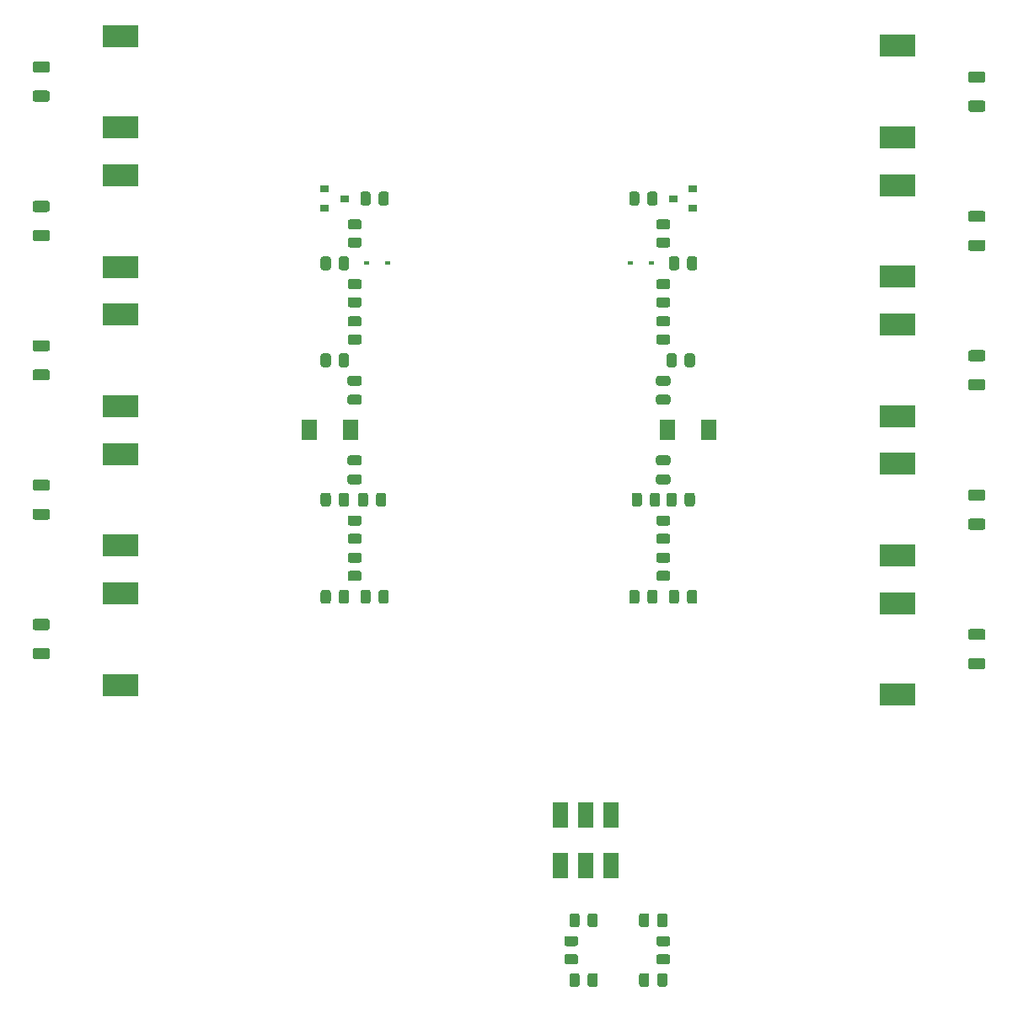
<source format=gbr>
%TF.GenerationSoftware,KiCad,Pcbnew,5.1.10-88a1d61d58~90~ubuntu20.04.1*%
%TF.CreationDate,2021-08-16T21:09:42-07:00*%
%TF.ProjectId,lisn-pcb,6c69736e-2d70-4636-922e-6b696361645f,rev?*%
%TF.SameCoordinates,Original*%
%TF.FileFunction,Paste,Top*%
%TF.FilePolarity,Positive*%
%FSLAX46Y46*%
G04 Gerber Fmt 4.6, Leading zero omitted, Abs format (unit mm)*
G04 Created by KiCad (PCBNEW 5.1.10-88a1d61d58~90~ubuntu20.04.1) date 2021-08-16 21:09:42*
%MOMM*%
%LPD*%
G01*
G04 APERTURE LIST*
%ADD10R,1.650000X2.540000*%
%ADD11R,3.600000X2.300000*%
%ADD12R,1.650000X2.000000*%
%ADD13R,0.900000X0.800000*%
%ADD14R,0.600000X0.450000*%
G04 APERTURE END LIST*
D10*
%TO.C,TR1*%
X185210000Y-168710000D03*
X187750000Y-168710000D03*
X190290000Y-168710000D03*
X190290000Y-173790000D03*
X187750000Y-173790000D03*
X185210000Y-173790000D03*
%TD*%
%TO.C,R42*%
G36*
G01*
X227625002Y-151100000D02*
X226374998Y-151100000D01*
G75*
G02*
X226125000Y-150850002I0J249998D01*
G01*
X226125000Y-150224998D01*
G75*
G02*
X226374998Y-149975000I249998J0D01*
G01*
X227625002Y-149975000D01*
G75*
G02*
X227875000Y-150224998I0J-249998D01*
G01*
X227875000Y-150850002D01*
G75*
G02*
X227625002Y-151100000I-249998J0D01*
G01*
G37*
G36*
G01*
X227625002Y-154025000D02*
X226374998Y-154025000D01*
G75*
G02*
X226125000Y-153775002I0J249998D01*
G01*
X226125000Y-153149998D01*
G75*
G02*
X226374998Y-152900000I249998J0D01*
G01*
X227625002Y-152900000D01*
G75*
G02*
X227875000Y-153149998I0J-249998D01*
G01*
X227875000Y-153775002D01*
G75*
G02*
X227625002Y-154025000I-249998J0D01*
G01*
G37*
%TD*%
%TO.C,R41*%
G36*
G01*
X227625002Y-137100000D02*
X226374998Y-137100000D01*
G75*
G02*
X226125000Y-136850002I0J249998D01*
G01*
X226125000Y-136224998D01*
G75*
G02*
X226374998Y-135975000I249998J0D01*
G01*
X227625002Y-135975000D01*
G75*
G02*
X227875000Y-136224998I0J-249998D01*
G01*
X227875000Y-136850002D01*
G75*
G02*
X227625002Y-137100000I-249998J0D01*
G01*
G37*
G36*
G01*
X227625002Y-140025000D02*
X226374998Y-140025000D01*
G75*
G02*
X226125000Y-139775002I0J249998D01*
G01*
X226125000Y-139149998D01*
G75*
G02*
X226374998Y-138900000I249998J0D01*
G01*
X227625002Y-138900000D01*
G75*
G02*
X227875000Y-139149998I0J-249998D01*
G01*
X227875000Y-139775002D01*
G75*
G02*
X227625002Y-140025000I-249998J0D01*
G01*
G37*
%TD*%
%TO.C,R40*%
G36*
G01*
X227625002Y-123100000D02*
X226374998Y-123100000D01*
G75*
G02*
X226125000Y-122850002I0J249998D01*
G01*
X226125000Y-122224998D01*
G75*
G02*
X226374998Y-121975000I249998J0D01*
G01*
X227625002Y-121975000D01*
G75*
G02*
X227875000Y-122224998I0J-249998D01*
G01*
X227875000Y-122850002D01*
G75*
G02*
X227625002Y-123100000I-249998J0D01*
G01*
G37*
G36*
G01*
X227625002Y-126025000D02*
X226374998Y-126025000D01*
G75*
G02*
X226125000Y-125775002I0J249998D01*
G01*
X226125000Y-125149998D01*
G75*
G02*
X226374998Y-124900000I249998J0D01*
G01*
X227625002Y-124900000D01*
G75*
G02*
X227875000Y-125149998I0J-249998D01*
G01*
X227875000Y-125775002D01*
G75*
G02*
X227625002Y-126025000I-249998J0D01*
G01*
G37*
%TD*%
%TO.C,R39*%
G36*
G01*
X227625002Y-109100000D02*
X226374998Y-109100000D01*
G75*
G02*
X226125000Y-108850002I0J249998D01*
G01*
X226125000Y-108224998D01*
G75*
G02*
X226374998Y-107975000I249998J0D01*
G01*
X227625002Y-107975000D01*
G75*
G02*
X227875000Y-108224998I0J-249998D01*
G01*
X227875000Y-108850002D01*
G75*
G02*
X227625002Y-109100000I-249998J0D01*
G01*
G37*
G36*
G01*
X227625002Y-112025000D02*
X226374998Y-112025000D01*
G75*
G02*
X226125000Y-111775002I0J249998D01*
G01*
X226125000Y-111149998D01*
G75*
G02*
X226374998Y-110900000I249998J0D01*
G01*
X227625002Y-110900000D01*
G75*
G02*
X227875000Y-111149998I0J-249998D01*
G01*
X227875000Y-111775002D01*
G75*
G02*
X227625002Y-112025000I-249998J0D01*
G01*
G37*
%TD*%
%TO.C,R38*%
G36*
G01*
X227625002Y-95100000D02*
X226374998Y-95100000D01*
G75*
G02*
X226125000Y-94850002I0J249998D01*
G01*
X226125000Y-94224998D01*
G75*
G02*
X226374998Y-93975000I249998J0D01*
G01*
X227625002Y-93975000D01*
G75*
G02*
X227875000Y-94224998I0J-249998D01*
G01*
X227875000Y-94850002D01*
G75*
G02*
X227625002Y-95100000I-249998J0D01*
G01*
G37*
G36*
G01*
X227625002Y-98025000D02*
X226374998Y-98025000D01*
G75*
G02*
X226125000Y-97775002I0J249998D01*
G01*
X226125000Y-97149998D01*
G75*
G02*
X226374998Y-96900000I249998J0D01*
G01*
X227625002Y-96900000D01*
G75*
G02*
X227875000Y-97149998I0J-249998D01*
G01*
X227875000Y-97775002D01*
G75*
G02*
X227625002Y-98025000I-249998J0D01*
G01*
G37*
%TD*%
%TO.C,R37*%
G36*
G01*
X193100000Y-106299998D02*
X193100000Y-107200002D01*
G75*
G02*
X192850002Y-107450000I-249998J0D01*
G01*
X192324998Y-107450000D01*
G75*
G02*
X192075000Y-107200002I0J249998D01*
G01*
X192075000Y-106299998D01*
G75*
G02*
X192324998Y-106050000I249998J0D01*
G01*
X192850002Y-106050000D01*
G75*
G02*
X193100000Y-106299998I0J-249998D01*
G01*
G37*
G36*
G01*
X194925000Y-106299998D02*
X194925000Y-107200002D01*
G75*
G02*
X194675002Y-107450000I-249998J0D01*
G01*
X194149998Y-107450000D01*
G75*
G02*
X193900000Y-107200002I0J249998D01*
G01*
X193900000Y-106299998D01*
G75*
G02*
X194149998Y-106050000I249998J0D01*
G01*
X194675002Y-106050000D01*
G75*
G02*
X194925000Y-106299998I0J-249998D01*
G01*
G37*
%TD*%
%TO.C,R36*%
G36*
G01*
X195049998Y-110650000D02*
X195950002Y-110650000D01*
G75*
G02*
X196200000Y-110899998I0J-249998D01*
G01*
X196200000Y-111425002D01*
G75*
G02*
X195950002Y-111675000I-249998J0D01*
G01*
X195049998Y-111675000D01*
G75*
G02*
X194800000Y-111425002I0J249998D01*
G01*
X194800000Y-110899998D01*
G75*
G02*
X195049998Y-110650000I249998J0D01*
G01*
G37*
G36*
G01*
X195049998Y-108825000D02*
X195950002Y-108825000D01*
G75*
G02*
X196200000Y-109074998I0J-249998D01*
G01*
X196200000Y-109600002D01*
G75*
G02*
X195950002Y-109850000I-249998J0D01*
G01*
X195049998Y-109850000D01*
G75*
G02*
X194800000Y-109600002I0J249998D01*
G01*
X194800000Y-109074998D01*
G75*
G02*
X195049998Y-108825000I249998J0D01*
G01*
G37*
%TD*%
%TO.C,R35*%
G36*
G01*
X197900000Y-113700002D02*
X197900000Y-112799998D01*
G75*
G02*
X198149998Y-112550000I249998J0D01*
G01*
X198675002Y-112550000D01*
G75*
G02*
X198925000Y-112799998I0J-249998D01*
G01*
X198925000Y-113700002D01*
G75*
G02*
X198675002Y-113950000I-249998J0D01*
G01*
X198149998Y-113950000D01*
G75*
G02*
X197900000Y-113700002I0J249998D01*
G01*
G37*
G36*
G01*
X196075000Y-113700002D02*
X196075000Y-112799998D01*
G75*
G02*
X196324998Y-112550000I249998J0D01*
G01*
X196850002Y-112550000D01*
G75*
G02*
X197100000Y-112799998I0J-249998D01*
G01*
X197100000Y-113700002D01*
G75*
G02*
X196850002Y-113950000I-249998J0D01*
G01*
X196324998Y-113950000D01*
G75*
G02*
X196075000Y-113700002I0J249998D01*
G01*
G37*
%TD*%
%TO.C,R34*%
G36*
G01*
X195950002Y-115850000D02*
X195049998Y-115850000D01*
G75*
G02*
X194800000Y-115600002I0J249998D01*
G01*
X194800000Y-115074998D01*
G75*
G02*
X195049998Y-114825000I249998J0D01*
G01*
X195950002Y-114825000D01*
G75*
G02*
X196200000Y-115074998I0J-249998D01*
G01*
X196200000Y-115600002D01*
G75*
G02*
X195950002Y-115850000I-249998J0D01*
G01*
G37*
G36*
G01*
X195950002Y-117675000D02*
X195049998Y-117675000D01*
G75*
G02*
X194800000Y-117425002I0J249998D01*
G01*
X194800000Y-116899998D01*
G75*
G02*
X195049998Y-116650000I249998J0D01*
G01*
X195950002Y-116650000D01*
G75*
G02*
X196200000Y-116899998I0J-249998D01*
G01*
X196200000Y-117425002D01*
G75*
G02*
X195950002Y-117675000I-249998J0D01*
G01*
G37*
%TD*%
%TO.C,R33*%
G36*
G01*
X195950002Y-119600000D02*
X195049998Y-119600000D01*
G75*
G02*
X194800000Y-119350002I0J249998D01*
G01*
X194800000Y-118824998D01*
G75*
G02*
X195049998Y-118575000I249998J0D01*
G01*
X195950002Y-118575000D01*
G75*
G02*
X196200000Y-118824998I0J-249998D01*
G01*
X196200000Y-119350002D01*
G75*
G02*
X195950002Y-119600000I-249998J0D01*
G01*
G37*
G36*
G01*
X195950002Y-121425000D02*
X195049998Y-121425000D01*
G75*
G02*
X194800000Y-121175002I0J249998D01*
G01*
X194800000Y-120649998D01*
G75*
G02*
X195049998Y-120400000I249998J0D01*
G01*
X195950002Y-120400000D01*
G75*
G02*
X196200000Y-120649998I0J-249998D01*
G01*
X196200000Y-121175002D01*
G75*
G02*
X195950002Y-121425000I-249998J0D01*
G01*
G37*
%TD*%
%TO.C,R32*%
G36*
G01*
X197650000Y-123450002D02*
X197650000Y-122549998D01*
G75*
G02*
X197899998Y-122300000I249998J0D01*
G01*
X198425002Y-122300000D01*
G75*
G02*
X198675000Y-122549998I0J-249998D01*
G01*
X198675000Y-123450002D01*
G75*
G02*
X198425002Y-123700000I-249998J0D01*
G01*
X197899998Y-123700000D01*
G75*
G02*
X197650000Y-123450002I0J249998D01*
G01*
G37*
G36*
G01*
X195825000Y-123450002D02*
X195825000Y-122549998D01*
G75*
G02*
X196074998Y-122300000I249998J0D01*
G01*
X196600002Y-122300000D01*
G75*
G02*
X196850000Y-122549998I0J-249998D01*
G01*
X196850000Y-123450002D01*
G75*
G02*
X196600002Y-123700000I-249998J0D01*
G01*
X196074998Y-123700000D01*
G75*
G02*
X195825000Y-123450002I0J249998D01*
G01*
G37*
%TD*%
%TO.C,R31*%
G36*
G01*
X197650000Y-137450002D02*
X197650000Y-136549998D01*
G75*
G02*
X197899998Y-136300000I249998J0D01*
G01*
X198425002Y-136300000D01*
G75*
G02*
X198675000Y-136549998I0J-249998D01*
G01*
X198675000Y-137450002D01*
G75*
G02*
X198425002Y-137700000I-249998J0D01*
G01*
X197899998Y-137700000D01*
G75*
G02*
X197650000Y-137450002I0J249998D01*
G01*
G37*
G36*
G01*
X195825000Y-137450002D02*
X195825000Y-136549998D01*
G75*
G02*
X196074998Y-136300000I249998J0D01*
G01*
X196600002Y-136300000D01*
G75*
G02*
X196850000Y-136549998I0J-249998D01*
G01*
X196850000Y-137450002D01*
G75*
G02*
X196600002Y-137700000I-249998J0D01*
G01*
X196074998Y-137700000D01*
G75*
G02*
X195825000Y-137450002I0J249998D01*
G01*
G37*
%TD*%
%TO.C,R30*%
G36*
G01*
X193350000Y-136549998D02*
X193350000Y-137450002D01*
G75*
G02*
X193100002Y-137700000I-249998J0D01*
G01*
X192574998Y-137700000D01*
G75*
G02*
X192325000Y-137450002I0J249998D01*
G01*
X192325000Y-136549998D01*
G75*
G02*
X192574998Y-136300000I249998J0D01*
G01*
X193100002Y-136300000D01*
G75*
G02*
X193350000Y-136549998I0J-249998D01*
G01*
G37*
G36*
G01*
X195175000Y-136549998D02*
X195175000Y-137450002D01*
G75*
G02*
X194925002Y-137700000I-249998J0D01*
G01*
X194399998Y-137700000D01*
G75*
G02*
X194150000Y-137450002I0J249998D01*
G01*
X194150000Y-136549998D01*
G75*
G02*
X194399998Y-136300000I249998J0D01*
G01*
X194925002Y-136300000D01*
G75*
G02*
X195175000Y-136549998I0J-249998D01*
G01*
G37*
%TD*%
%TO.C,R29*%
G36*
G01*
X195049998Y-140400000D02*
X195950002Y-140400000D01*
G75*
G02*
X196200000Y-140649998I0J-249998D01*
G01*
X196200000Y-141175002D01*
G75*
G02*
X195950002Y-141425000I-249998J0D01*
G01*
X195049998Y-141425000D01*
G75*
G02*
X194800000Y-141175002I0J249998D01*
G01*
X194800000Y-140649998D01*
G75*
G02*
X195049998Y-140400000I249998J0D01*
G01*
G37*
G36*
G01*
X195049998Y-138575000D02*
X195950002Y-138575000D01*
G75*
G02*
X196200000Y-138824998I0J-249998D01*
G01*
X196200000Y-139350002D01*
G75*
G02*
X195950002Y-139600000I-249998J0D01*
G01*
X195049998Y-139600000D01*
G75*
G02*
X194800000Y-139350002I0J249998D01*
G01*
X194800000Y-138824998D01*
G75*
G02*
X195049998Y-138575000I249998J0D01*
G01*
G37*
%TD*%
%TO.C,R28*%
G36*
G01*
X195049998Y-144150000D02*
X195950002Y-144150000D01*
G75*
G02*
X196200000Y-144399998I0J-249998D01*
G01*
X196200000Y-144925002D01*
G75*
G02*
X195950002Y-145175000I-249998J0D01*
G01*
X195049998Y-145175000D01*
G75*
G02*
X194800000Y-144925002I0J249998D01*
G01*
X194800000Y-144399998D01*
G75*
G02*
X195049998Y-144150000I249998J0D01*
G01*
G37*
G36*
G01*
X195049998Y-142325000D02*
X195950002Y-142325000D01*
G75*
G02*
X196200000Y-142574998I0J-249998D01*
G01*
X196200000Y-143100002D01*
G75*
G02*
X195950002Y-143350000I-249998J0D01*
G01*
X195049998Y-143350000D01*
G75*
G02*
X194800000Y-143100002I0J249998D01*
G01*
X194800000Y-142574998D01*
G75*
G02*
X195049998Y-142325000I249998J0D01*
G01*
G37*
%TD*%
%TO.C,R27*%
G36*
G01*
X197900000Y-147200002D02*
X197900000Y-146299998D01*
G75*
G02*
X198149998Y-146050000I249998J0D01*
G01*
X198675002Y-146050000D01*
G75*
G02*
X198925000Y-146299998I0J-249998D01*
G01*
X198925000Y-147200002D01*
G75*
G02*
X198675002Y-147450000I-249998J0D01*
G01*
X198149998Y-147450000D01*
G75*
G02*
X197900000Y-147200002I0J249998D01*
G01*
G37*
G36*
G01*
X196075000Y-147200002D02*
X196075000Y-146299998D01*
G75*
G02*
X196324998Y-146050000I249998J0D01*
G01*
X196850002Y-146050000D01*
G75*
G02*
X197100000Y-146299998I0J-249998D01*
G01*
X197100000Y-147200002D01*
G75*
G02*
X196850002Y-147450000I-249998J0D01*
G01*
X196324998Y-147450000D01*
G75*
G02*
X196075000Y-147200002I0J249998D01*
G01*
G37*
%TD*%
%TO.C,R26*%
G36*
G01*
X193100000Y-146299998D02*
X193100000Y-147200002D01*
G75*
G02*
X192850002Y-147450000I-249998J0D01*
G01*
X192324998Y-147450000D01*
G75*
G02*
X192075000Y-147200002I0J249998D01*
G01*
X192075000Y-146299998D01*
G75*
G02*
X192324998Y-146050000I249998J0D01*
G01*
X192850002Y-146050000D01*
G75*
G02*
X193100000Y-146299998I0J-249998D01*
G01*
G37*
G36*
G01*
X194925000Y-146299998D02*
X194925000Y-147200002D01*
G75*
G02*
X194675002Y-147450000I-249998J0D01*
G01*
X194149998Y-147450000D01*
G75*
G02*
X193900000Y-147200002I0J249998D01*
G01*
X193900000Y-146299998D01*
G75*
G02*
X194149998Y-146050000I249998J0D01*
G01*
X194675002Y-146050000D01*
G75*
G02*
X194925000Y-146299998I0J-249998D01*
G01*
G37*
%TD*%
%TO.C,R25*%
G36*
G01*
X133625002Y-150100000D02*
X132374998Y-150100000D01*
G75*
G02*
X132125000Y-149850002I0J249998D01*
G01*
X132125000Y-149224998D01*
G75*
G02*
X132374998Y-148975000I249998J0D01*
G01*
X133625002Y-148975000D01*
G75*
G02*
X133875000Y-149224998I0J-249998D01*
G01*
X133875000Y-149850002D01*
G75*
G02*
X133625002Y-150100000I-249998J0D01*
G01*
G37*
G36*
G01*
X133625002Y-153025000D02*
X132374998Y-153025000D01*
G75*
G02*
X132125000Y-152775002I0J249998D01*
G01*
X132125000Y-152149998D01*
G75*
G02*
X132374998Y-151900000I249998J0D01*
G01*
X133625002Y-151900000D01*
G75*
G02*
X133875000Y-152149998I0J-249998D01*
G01*
X133875000Y-152775002D01*
G75*
G02*
X133625002Y-153025000I-249998J0D01*
G01*
G37*
%TD*%
%TO.C,R24*%
G36*
G01*
X133625002Y-136100000D02*
X132374998Y-136100000D01*
G75*
G02*
X132125000Y-135850002I0J249998D01*
G01*
X132125000Y-135224998D01*
G75*
G02*
X132374998Y-134975000I249998J0D01*
G01*
X133625002Y-134975000D01*
G75*
G02*
X133875000Y-135224998I0J-249998D01*
G01*
X133875000Y-135850002D01*
G75*
G02*
X133625002Y-136100000I-249998J0D01*
G01*
G37*
G36*
G01*
X133625002Y-139025000D02*
X132374998Y-139025000D01*
G75*
G02*
X132125000Y-138775002I0J249998D01*
G01*
X132125000Y-138149998D01*
G75*
G02*
X132374998Y-137900000I249998J0D01*
G01*
X133625002Y-137900000D01*
G75*
G02*
X133875000Y-138149998I0J-249998D01*
G01*
X133875000Y-138775002D01*
G75*
G02*
X133625002Y-139025000I-249998J0D01*
G01*
G37*
%TD*%
%TO.C,R23*%
G36*
G01*
X133625002Y-122100000D02*
X132374998Y-122100000D01*
G75*
G02*
X132125000Y-121850002I0J249998D01*
G01*
X132125000Y-121224998D01*
G75*
G02*
X132374998Y-120975000I249998J0D01*
G01*
X133625002Y-120975000D01*
G75*
G02*
X133875000Y-121224998I0J-249998D01*
G01*
X133875000Y-121850002D01*
G75*
G02*
X133625002Y-122100000I-249998J0D01*
G01*
G37*
G36*
G01*
X133625002Y-125025000D02*
X132374998Y-125025000D01*
G75*
G02*
X132125000Y-124775002I0J249998D01*
G01*
X132125000Y-124149998D01*
G75*
G02*
X132374998Y-123900000I249998J0D01*
G01*
X133625002Y-123900000D01*
G75*
G02*
X133875000Y-124149998I0J-249998D01*
G01*
X133875000Y-124775002D01*
G75*
G02*
X133625002Y-125025000I-249998J0D01*
G01*
G37*
%TD*%
%TO.C,R22*%
G36*
G01*
X133625002Y-108100000D02*
X132374998Y-108100000D01*
G75*
G02*
X132125000Y-107850002I0J249998D01*
G01*
X132125000Y-107224998D01*
G75*
G02*
X132374998Y-106975000I249998J0D01*
G01*
X133625002Y-106975000D01*
G75*
G02*
X133875000Y-107224998I0J-249998D01*
G01*
X133875000Y-107850002D01*
G75*
G02*
X133625002Y-108100000I-249998J0D01*
G01*
G37*
G36*
G01*
X133625002Y-111025000D02*
X132374998Y-111025000D01*
G75*
G02*
X132125000Y-110775002I0J249998D01*
G01*
X132125000Y-110149998D01*
G75*
G02*
X132374998Y-109900000I249998J0D01*
G01*
X133625002Y-109900000D01*
G75*
G02*
X133875000Y-110149998I0J-249998D01*
G01*
X133875000Y-110775002D01*
G75*
G02*
X133625002Y-111025000I-249998J0D01*
G01*
G37*
%TD*%
%TO.C,R21*%
G36*
G01*
X133625002Y-94100000D02*
X132374998Y-94100000D01*
G75*
G02*
X132125000Y-93850002I0J249998D01*
G01*
X132125000Y-93224998D01*
G75*
G02*
X132374998Y-92975000I249998J0D01*
G01*
X133625002Y-92975000D01*
G75*
G02*
X133875000Y-93224998I0J-249998D01*
G01*
X133875000Y-93850002D01*
G75*
G02*
X133625002Y-94100000I-249998J0D01*
G01*
G37*
G36*
G01*
X133625002Y-97025000D02*
X132374998Y-97025000D01*
G75*
G02*
X132125000Y-96775002I0J249998D01*
G01*
X132125000Y-96149998D01*
G75*
G02*
X132374998Y-95900000I249998J0D01*
G01*
X133625002Y-95900000D01*
G75*
G02*
X133875000Y-96149998I0J-249998D01*
G01*
X133875000Y-96775002D01*
G75*
G02*
X133625002Y-97025000I-249998J0D01*
G01*
G37*
%TD*%
%TO.C,R20*%
G36*
G01*
X166900000Y-107200002D02*
X166900000Y-106299998D01*
G75*
G02*
X167149998Y-106050000I249998J0D01*
G01*
X167675002Y-106050000D01*
G75*
G02*
X167925000Y-106299998I0J-249998D01*
G01*
X167925000Y-107200002D01*
G75*
G02*
X167675002Y-107450000I-249998J0D01*
G01*
X167149998Y-107450000D01*
G75*
G02*
X166900000Y-107200002I0J249998D01*
G01*
G37*
G36*
G01*
X165075000Y-107200002D02*
X165075000Y-106299998D01*
G75*
G02*
X165324998Y-106050000I249998J0D01*
G01*
X165850002Y-106050000D01*
G75*
G02*
X166100000Y-106299998I0J-249998D01*
G01*
X166100000Y-107200002D01*
G75*
G02*
X165850002Y-107450000I-249998J0D01*
G01*
X165324998Y-107450000D01*
G75*
G02*
X165075000Y-107200002I0J249998D01*
G01*
G37*
%TD*%
%TO.C,R19*%
G36*
G01*
X164049998Y-110650000D02*
X164950002Y-110650000D01*
G75*
G02*
X165200000Y-110899998I0J-249998D01*
G01*
X165200000Y-111425002D01*
G75*
G02*
X164950002Y-111675000I-249998J0D01*
G01*
X164049998Y-111675000D01*
G75*
G02*
X163800000Y-111425002I0J249998D01*
G01*
X163800000Y-110899998D01*
G75*
G02*
X164049998Y-110650000I249998J0D01*
G01*
G37*
G36*
G01*
X164049998Y-108825000D02*
X164950002Y-108825000D01*
G75*
G02*
X165200000Y-109074998I0J-249998D01*
G01*
X165200000Y-109600002D01*
G75*
G02*
X164950002Y-109850000I-249998J0D01*
G01*
X164049998Y-109850000D01*
G75*
G02*
X163800000Y-109600002I0J249998D01*
G01*
X163800000Y-109074998D01*
G75*
G02*
X164049998Y-108825000I249998J0D01*
G01*
G37*
%TD*%
%TO.C,R18*%
G36*
G01*
X162100000Y-112799998D02*
X162100000Y-113700002D01*
G75*
G02*
X161850002Y-113950000I-249998J0D01*
G01*
X161324998Y-113950000D01*
G75*
G02*
X161075000Y-113700002I0J249998D01*
G01*
X161075000Y-112799998D01*
G75*
G02*
X161324998Y-112550000I249998J0D01*
G01*
X161850002Y-112550000D01*
G75*
G02*
X162100000Y-112799998I0J-249998D01*
G01*
G37*
G36*
G01*
X163925000Y-112799998D02*
X163925000Y-113700002D01*
G75*
G02*
X163675002Y-113950000I-249998J0D01*
G01*
X163149998Y-113950000D01*
G75*
G02*
X162900000Y-113700002I0J249998D01*
G01*
X162900000Y-112799998D01*
G75*
G02*
X163149998Y-112550000I249998J0D01*
G01*
X163675002Y-112550000D01*
G75*
G02*
X163925000Y-112799998I0J-249998D01*
G01*
G37*
%TD*%
%TO.C,R17*%
G36*
G01*
X164950002Y-115850000D02*
X164049998Y-115850000D01*
G75*
G02*
X163800000Y-115600002I0J249998D01*
G01*
X163800000Y-115074998D01*
G75*
G02*
X164049998Y-114825000I249998J0D01*
G01*
X164950002Y-114825000D01*
G75*
G02*
X165200000Y-115074998I0J-249998D01*
G01*
X165200000Y-115600002D01*
G75*
G02*
X164950002Y-115850000I-249998J0D01*
G01*
G37*
G36*
G01*
X164950002Y-117675000D02*
X164049998Y-117675000D01*
G75*
G02*
X163800000Y-117425002I0J249998D01*
G01*
X163800000Y-116899998D01*
G75*
G02*
X164049998Y-116650000I249998J0D01*
G01*
X164950002Y-116650000D01*
G75*
G02*
X165200000Y-116899998I0J-249998D01*
G01*
X165200000Y-117425002D01*
G75*
G02*
X164950002Y-117675000I-249998J0D01*
G01*
G37*
%TD*%
%TO.C,R16*%
G36*
G01*
X164950002Y-119600000D02*
X164049998Y-119600000D01*
G75*
G02*
X163800000Y-119350002I0J249998D01*
G01*
X163800000Y-118824998D01*
G75*
G02*
X164049998Y-118575000I249998J0D01*
G01*
X164950002Y-118575000D01*
G75*
G02*
X165200000Y-118824998I0J-249998D01*
G01*
X165200000Y-119350002D01*
G75*
G02*
X164950002Y-119600000I-249998J0D01*
G01*
G37*
G36*
G01*
X164950002Y-121425000D02*
X164049998Y-121425000D01*
G75*
G02*
X163800000Y-121175002I0J249998D01*
G01*
X163800000Y-120649998D01*
G75*
G02*
X164049998Y-120400000I249998J0D01*
G01*
X164950002Y-120400000D01*
G75*
G02*
X165200000Y-120649998I0J-249998D01*
G01*
X165200000Y-121175002D01*
G75*
G02*
X164950002Y-121425000I-249998J0D01*
G01*
G37*
%TD*%
%TO.C,R15*%
G36*
G01*
X162100000Y-122549998D02*
X162100000Y-123450002D01*
G75*
G02*
X161850002Y-123700000I-249998J0D01*
G01*
X161324998Y-123700000D01*
G75*
G02*
X161075000Y-123450002I0J249998D01*
G01*
X161075000Y-122549998D01*
G75*
G02*
X161324998Y-122300000I249998J0D01*
G01*
X161850002Y-122300000D01*
G75*
G02*
X162100000Y-122549998I0J-249998D01*
G01*
G37*
G36*
G01*
X163925000Y-122549998D02*
X163925000Y-123450002D01*
G75*
G02*
X163675002Y-123700000I-249998J0D01*
G01*
X163149998Y-123700000D01*
G75*
G02*
X162900000Y-123450002I0J249998D01*
G01*
X162900000Y-122549998D01*
G75*
G02*
X163149998Y-122300000I249998J0D01*
G01*
X163675002Y-122300000D01*
G75*
G02*
X163925000Y-122549998I0J-249998D01*
G01*
G37*
%TD*%
%TO.C,R14*%
G36*
G01*
X162100000Y-136549998D02*
X162100000Y-137450002D01*
G75*
G02*
X161850002Y-137700000I-249998J0D01*
G01*
X161324998Y-137700000D01*
G75*
G02*
X161075000Y-137450002I0J249998D01*
G01*
X161075000Y-136549998D01*
G75*
G02*
X161324998Y-136300000I249998J0D01*
G01*
X161850002Y-136300000D01*
G75*
G02*
X162100000Y-136549998I0J-249998D01*
G01*
G37*
G36*
G01*
X163925000Y-136549998D02*
X163925000Y-137450002D01*
G75*
G02*
X163675002Y-137700000I-249998J0D01*
G01*
X163149998Y-137700000D01*
G75*
G02*
X162900000Y-137450002I0J249998D01*
G01*
X162900000Y-136549998D01*
G75*
G02*
X163149998Y-136300000I249998J0D01*
G01*
X163675002Y-136300000D01*
G75*
G02*
X163925000Y-136549998I0J-249998D01*
G01*
G37*
%TD*%
%TO.C,R13*%
G36*
G01*
X166650000Y-137450002D02*
X166650000Y-136549998D01*
G75*
G02*
X166899998Y-136300000I249998J0D01*
G01*
X167425002Y-136300000D01*
G75*
G02*
X167675000Y-136549998I0J-249998D01*
G01*
X167675000Y-137450002D01*
G75*
G02*
X167425002Y-137700000I-249998J0D01*
G01*
X166899998Y-137700000D01*
G75*
G02*
X166650000Y-137450002I0J249998D01*
G01*
G37*
G36*
G01*
X164825000Y-137450002D02*
X164825000Y-136549998D01*
G75*
G02*
X165074998Y-136300000I249998J0D01*
G01*
X165600002Y-136300000D01*
G75*
G02*
X165850000Y-136549998I0J-249998D01*
G01*
X165850000Y-137450002D01*
G75*
G02*
X165600002Y-137700000I-249998J0D01*
G01*
X165074998Y-137700000D01*
G75*
G02*
X164825000Y-137450002I0J249998D01*
G01*
G37*
%TD*%
%TO.C,R12*%
G36*
G01*
X164049998Y-140400000D02*
X164950002Y-140400000D01*
G75*
G02*
X165200000Y-140649998I0J-249998D01*
G01*
X165200000Y-141175002D01*
G75*
G02*
X164950002Y-141425000I-249998J0D01*
G01*
X164049998Y-141425000D01*
G75*
G02*
X163800000Y-141175002I0J249998D01*
G01*
X163800000Y-140649998D01*
G75*
G02*
X164049998Y-140400000I249998J0D01*
G01*
G37*
G36*
G01*
X164049998Y-138575000D02*
X164950002Y-138575000D01*
G75*
G02*
X165200000Y-138824998I0J-249998D01*
G01*
X165200000Y-139350002D01*
G75*
G02*
X164950002Y-139600000I-249998J0D01*
G01*
X164049998Y-139600000D01*
G75*
G02*
X163800000Y-139350002I0J249998D01*
G01*
X163800000Y-138824998D01*
G75*
G02*
X164049998Y-138575000I249998J0D01*
G01*
G37*
%TD*%
%TO.C,R11*%
G36*
G01*
X164049998Y-144150000D02*
X164950002Y-144150000D01*
G75*
G02*
X165200000Y-144399998I0J-249998D01*
G01*
X165200000Y-144925002D01*
G75*
G02*
X164950002Y-145175000I-249998J0D01*
G01*
X164049998Y-145175000D01*
G75*
G02*
X163800000Y-144925002I0J249998D01*
G01*
X163800000Y-144399998D01*
G75*
G02*
X164049998Y-144150000I249998J0D01*
G01*
G37*
G36*
G01*
X164049998Y-142325000D02*
X164950002Y-142325000D01*
G75*
G02*
X165200000Y-142574998I0J-249998D01*
G01*
X165200000Y-143100002D01*
G75*
G02*
X164950002Y-143350000I-249998J0D01*
G01*
X164049998Y-143350000D01*
G75*
G02*
X163800000Y-143100002I0J249998D01*
G01*
X163800000Y-142574998D01*
G75*
G02*
X164049998Y-142325000I249998J0D01*
G01*
G37*
%TD*%
%TO.C,R10*%
G36*
G01*
X166900000Y-147200002D02*
X166900000Y-146299998D01*
G75*
G02*
X167149998Y-146050000I249998J0D01*
G01*
X167675002Y-146050000D01*
G75*
G02*
X167925000Y-146299998I0J-249998D01*
G01*
X167925000Y-147200002D01*
G75*
G02*
X167675002Y-147450000I-249998J0D01*
G01*
X167149998Y-147450000D01*
G75*
G02*
X166900000Y-147200002I0J249998D01*
G01*
G37*
G36*
G01*
X165075000Y-147200002D02*
X165075000Y-146299998D01*
G75*
G02*
X165324998Y-146050000I249998J0D01*
G01*
X165850002Y-146050000D01*
G75*
G02*
X166100000Y-146299998I0J-249998D01*
G01*
X166100000Y-147200002D01*
G75*
G02*
X165850002Y-147450000I-249998J0D01*
G01*
X165324998Y-147450000D01*
G75*
G02*
X165075000Y-147200002I0J249998D01*
G01*
G37*
%TD*%
%TO.C,R9*%
G36*
G01*
X162100000Y-146299998D02*
X162100000Y-147200002D01*
G75*
G02*
X161850002Y-147450000I-249998J0D01*
G01*
X161324998Y-147450000D01*
G75*
G02*
X161075000Y-147200002I0J249998D01*
G01*
X161075000Y-146299998D01*
G75*
G02*
X161324998Y-146050000I249998J0D01*
G01*
X161850002Y-146050000D01*
G75*
G02*
X162100000Y-146299998I0J-249998D01*
G01*
G37*
G36*
G01*
X163925000Y-146299998D02*
X163925000Y-147200002D01*
G75*
G02*
X163675002Y-147450000I-249998J0D01*
G01*
X163149998Y-147450000D01*
G75*
G02*
X162900000Y-147200002I0J249998D01*
G01*
X162900000Y-146299998D01*
G75*
G02*
X163149998Y-146050000I249998J0D01*
G01*
X163675002Y-146050000D01*
G75*
G02*
X163925000Y-146299998I0J-249998D01*
G01*
G37*
%TD*%
%TO.C,R8*%
G36*
G01*
X187900000Y-185700002D02*
X187900000Y-184799998D01*
G75*
G02*
X188149998Y-184550000I249998J0D01*
G01*
X188675002Y-184550000D01*
G75*
G02*
X188925000Y-184799998I0J-249998D01*
G01*
X188925000Y-185700002D01*
G75*
G02*
X188675002Y-185950000I-249998J0D01*
G01*
X188149998Y-185950000D01*
G75*
G02*
X187900000Y-185700002I0J249998D01*
G01*
G37*
G36*
G01*
X186075000Y-185700002D02*
X186075000Y-184799998D01*
G75*
G02*
X186324998Y-184550000I249998J0D01*
G01*
X186850002Y-184550000D01*
G75*
G02*
X187100000Y-184799998I0J-249998D01*
G01*
X187100000Y-185700002D01*
G75*
G02*
X186850002Y-185950000I-249998J0D01*
G01*
X186324998Y-185950000D01*
G75*
G02*
X186075000Y-185700002I0J249998D01*
G01*
G37*
%TD*%
%TO.C,R7*%
G36*
G01*
X185799998Y-182650000D02*
X186700002Y-182650000D01*
G75*
G02*
X186950000Y-182899998I0J-249998D01*
G01*
X186950000Y-183425002D01*
G75*
G02*
X186700002Y-183675000I-249998J0D01*
G01*
X185799998Y-183675000D01*
G75*
G02*
X185550000Y-183425002I0J249998D01*
G01*
X185550000Y-182899998D01*
G75*
G02*
X185799998Y-182650000I249998J0D01*
G01*
G37*
G36*
G01*
X185799998Y-180825000D02*
X186700002Y-180825000D01*
G75*
G02*
X186950000Y-181074998I0J-249998D01*
G01*
X186950000Y-181600002D01*
G75*
G02*
X186700002Y-181850000I-249998J0D01*
G01*
X185799998Y-181850000D01*
G75*
G02*
X185550000Y-181600002I0J249998D01*
G01*
X185550000Y-181074998D01*
G75*
G02*
X185799998Y-180825000I249998J0D01*
G01*
G37*
%TD*%
%TO.C,R6*%
G36*
G01*
X194100000Y-184799998D02*
X194100000Y-185700002D01*
G75*
G02*
X193850002Y-185950000I-249998J0D01*
G01*
X193324998Y-185950000D01*
G75*
G02*
X193075000Y-185700002I0J249998D01*
G01*
X193075000Y-184799998D01*
G75*
G02*
X193324998Y-184550000I249998J0D01*
G01*
X193850002Y-184550000D01*
G75*
G02*
X194100000Y-184799998I0J-249998D01*
G01*
G37*
G36*
G01*
X195925000Y-184799998D02*
X195925000Y-185700002D01*
G75*
G02*
X195675002Y-185950000I-249998J0D01*
G01*
X195149998Y-185950000D01*
G75*
G02*
X194900000Y-185700002I0J249998D01*
G01*
X194900000Y-184799998D01*
G75*
G02*
X195149998Y-184550000I249998J0D01*
G01*
X195675002Y-184550000D01*
G75*
G02*
X195925000Y-184799998I0J-249998D01*
G01*
G37*
%TD*%
%TO.C,R5*%
G36*
G01*
X187900000Y-179700002D02*
X187900000Y-178799998D01*
G75*
G02*
X188149998Y-178550000I249998J0D01*
G01*
X188675002Y-178550000D01*
G75*
G02*
X188925000Y-178799998I0J-249998D01*
G01*
X188925000Y-179700002D01*
G75*
G02*
X188675002Y-179950000I-249998J0D01*
G01*
X188149998Y-179950000D01*
G75*
G02*
X187900000Y-179700002I0J249998D01*
G01*
G37*
G36*
G01*
X186075000Y-179700002D02*
X186075000Y-178799998D01*
G75*
G02*
X186324998Y-178550000I249998J0D01*
G01*
X186850002Y-178550000D01*
G75*
G02*
X187100000Y-178799998I0J-249998D01*
G01*
X187100000Y-179700002D01*
G75*
G02*
X186850002Y-179950000I-249998J0D01*
G01*
X186324998Y-179950000D01*
G75*
G02*
X186075000Y-179700002I0J249998D01*
G01*
G37*
%TD*%
%TO.C,R4*%
G36*
G01*
X195049998Y-182650000D02*
X195950002Y-182650000D01*
G75*
G02*
X196200000Y-182899998I0J-249998D01*
G01*
X196200000Y-183425002D01*
G75*
G02*
X195950002Y-183675000I-249998J0D01*
G01*
X195049998Y-183675000D01*
G75*
G02*
X194800000Y-183425002I0J249998D01*
G01*
X194800000Y-182899998D01*
G75*
G02*
X195049998Y-182650000I249998J0D01*
G01*
G37*
G36*
G01*
X195049998Y-180825000D02*
X195950002Y-180825000D01*
G75*
G02*
X196200000Y-181074998I0J-249998D01*
G01*
X196200000Y-181600002D01*
G75*
G02*
X195950002Y-181850000I-249998J0D01*
G01*
X195049998Y-181850000D01*
G75*
G02*
X194800000Y-181600002I0J249998D01*
G01*
X194800000Y-181074998D01*
G75*
G02*
X195049998Y-180825000I249998J0D01*
G01*
G37*
%TD*%
%TO.C,R3*%
G36*
G01*
X194100000Y-178799998D02*
X194100000Y-179700002D01*
G75*
G02*
X193850002Y-179950000I-249998J0D01*
G01*
X193324998Y-179950000D01*
G75*
G02*
X193075000Y-179700002I0J249998D01*
G01*
X193075000Y-178799998D01*
G75*
G02*
X193324998Y-178550000I249998J0D01*
G01*
X193850002Y-178550000D01*
G75*
G02*
X194100000Y-178799998I0J-249998D01*
G01*
G37*
G36*
G01*
X195925000Y-178799998D02*
X195925000Y-179700002D01*
G75*
G02*
X195675002Y-179950000I-249998J0D01*
G01*
X195149998Y-179950000D01*
G75*
G02*
X194900000Y-179700002I0J249998D01*
G01*
X194900000Y-178799998D01*
G75*
G02*
X195149998Y-178550000I249998J0D01*
G01*
X195675002Y-178550000D01*
G75*
G02*
X195925000Y-178799998I0J-249998D01*
G01*
G37*
%TD*%
D11*
%TO.C,L12*%
X219000000Y-156600000D03*
X219000000Y-147400000D03*
%TD*%
%TO.C,L11*%
X219000000Y-142600000D03*
X219000000Y-133400000D03*
%TD*%
%TO.C,L10*%
X219000000Y-128600000D03*
X219000000Y-119400000D03*
%TD*%
%TO.C,L9*%
X219000000Y-114600000D03*
X219000000Y-105400000D03*
%TD*%
%TO.C,L8*%
X219000000Y-100600000D03*
X219000000Y-91400000D03*
%TD*%
D12*
%TO.C,L7*%
X200100000Y-130000000D03*
X195900000Y-130000000D03*
%TD*%
D11*
%TO.C,L6*%
X141000000Y-155600000D03*
X141000000Y-146400000D03*
%TD*%
%TO.C,L5*%
X141000000Y-141600000D03*
X141000000Y-132400000D03*
%TD*%
%TO.C,L4*%
X141000000Y-127600000D03*
X141000000Y-118400000D03*
%TD*%
%TO.C,L3*%
X141000000Y-113600000D03*
X141000000Y-104400000D03*
%TD*%
%TO.C,L2*%
X141000000Y-99600000D03*
X141000000Y-90400000D03*
%TD*%
D12*
%TO.C,L1*%
X159900000Y-130000000D03*
X164100000Y-130000000D03*
%TD*%
D13*
%TO.C,D4*%
X196500000Y-106750000D03*
X198500000Y-105800000D03*
X198500000Y-107700000D03*
%TD*%
D14*
%TO.C,D3*%
X192200000Y-113250000D03*
X194300000Y-113250000D03*
%TD*%
D13*
%TO.C,D2*%
X163500000Y-106750000D03*
X161500000Y-107700000D03*
X161500000Y-105800000D03*
%TD*%
D14*
%TO.C,D1*%
X167800000Y-113250000D03*
X165700000Y-113250000D03*
%TD*%
%TO.C,C11*%
G36*
G01*
X195025000Y-126450000D02*
X195975000Y-126450000D01*
G75*
G02*
X196225000Y-126700000I0J-250000D01*
G01*
X196225000Y-127200000D01*
G75*
G02*
X195975000Y-127450000I-250000J0D01*
G01*
X195025000Y-127450000D01*
G75*
G02*
X194775000Y-127200000I0J250000D01*
G01*
X194775000Y-126700000D01*
G75*
G02*
X195025000Y-126450000I250000J0D01*
G01*
G37*
G36*
G01*
X195025000Y-124550000D02*
X195975000Y-124550000D01*
G75*
G02*
X196225000Y-124800000I0J-250000D01*
G01*
X196225000Y-125300000D01*
G75*
G02*
X195975000Y-125550000I-250000J0D01*
G01*
X195025000Y-125550000D01*
G75*
G02*
X194775000Y-125300000I0J250000D01*
G01*
X194775000Y-124800000D01*
G75*
G02*
X195025000Y-124550000I250000J0D01*
G01*
G37*
%TD*%
%TO.C,C10*%
G36*
G01*
X195025000Y-134450000D02*
X195975000Y-134450000D01*
G75*
G02*
X196225000Y-134700000I0J-250000D01*
G01*
X196225000Y-135200000D01*
G75*
G02*
X195975000Y-135450000I-250000J0D01*
G01*
X195025000Y-135450000D01*
G75*
G02*
X194775000Y-135200000I0J250000D01*
G01*
X194775000Y-134700000D01*
G75*
G02*
X195025000Y-134450000I250000J0D01*
G01*
G37*
G36*
G01*
X195025000Y-132550000D02*
X195975000Y-132550000D01*
G75*
G02*
X196225000Y-132800000I0J-250000D01*
G01*
X196225000Y-133300000D01*
G75*
G02*
X195975000Y-133550000I-250000J0D01*
G01*
X195025000Y-133550000D01*
G75*
G02*
X194775000Y-133300000I0J250000D01*
G01*
X194775000Y-132800000D01*
G75*
G02*
X195025000Y-132550000I250000J0D01*
G01*
G37*
%TD*%
%TO.C,C8*%
G36*
G01*
X164025000Y-126450000D02*
X164975000Y-126450000D01*
G75*
G02*
X165225000Y-126700000I0J-250000D01*
G01*
X165225000Y-127200000D01*
G75*
G02*
X164975000Y-127450000I-250000J0D01*
G01*
X164025000Y-127450000D01*
G75*
G02*
X163775000Y-127200000I0J250000D01*
G01*
X163775000Y-126700000D01*
G75*
G02*
X164025000Y-126450000I250000J0D01*
G01*
G37*
G36*
G01*
X164025000Y-124550000D02*
X164975000Y-124550000D01*
G75*
G02*
X165225000Y-124800000I0J-250000D01*
G01*
X165225000Y-125300000D01*
G75*
G02*
X164975000Y-125550000I-250000J0D01*
G01*
X164025000Y-125550000D01*
G75*
G02*
X163775000Y-125300000I0J250000D01*
G01*
X163775000Y-124800000D01*
G75*
G02*
X164025000Y-124550000I250000J0D01*
G01*
G37*
%TD*%
%TO.C,C7*%
G36*
G01*
X164025000Y-134450000D02*
X164975000Y-134450000D01*
G75*
G02*
X165225000Y-134700000I0J-250000D01*
G01*
X165225000Y-135200000D01*
G75*
G02*
X164975000Y-135450000I-250000J0D01*
G01*
X164025000Y-135450000D01*
G75*
G02*
X163775000Y-135200000I0J250000D01*
G01*
X163775000Y-134700000D01*
G75*
G02*
X164025000Y-134450000I250000J0D01*
G01*
G37*
G36*
G01*
X164025000Y-132550000D02*
X164975000Y-132550000D01*
G75*
G02*
X165225000Y-132800000I0J-250000D01*
G01*
X165225000Y-133300000D01*
G75*
G02*
X164975000Y-133550000I-250000J0D01*
G01*
X164025000Y-133550000D01*
G75*
G02*
X163775000Y-133300000I0J250000D01*
G01*
X163775000Y-132800000D01*
G75*
G02*
X164025000Y-132550000I250000J0D01*
G01*
G37*
%TD*%
M02*

</source>
